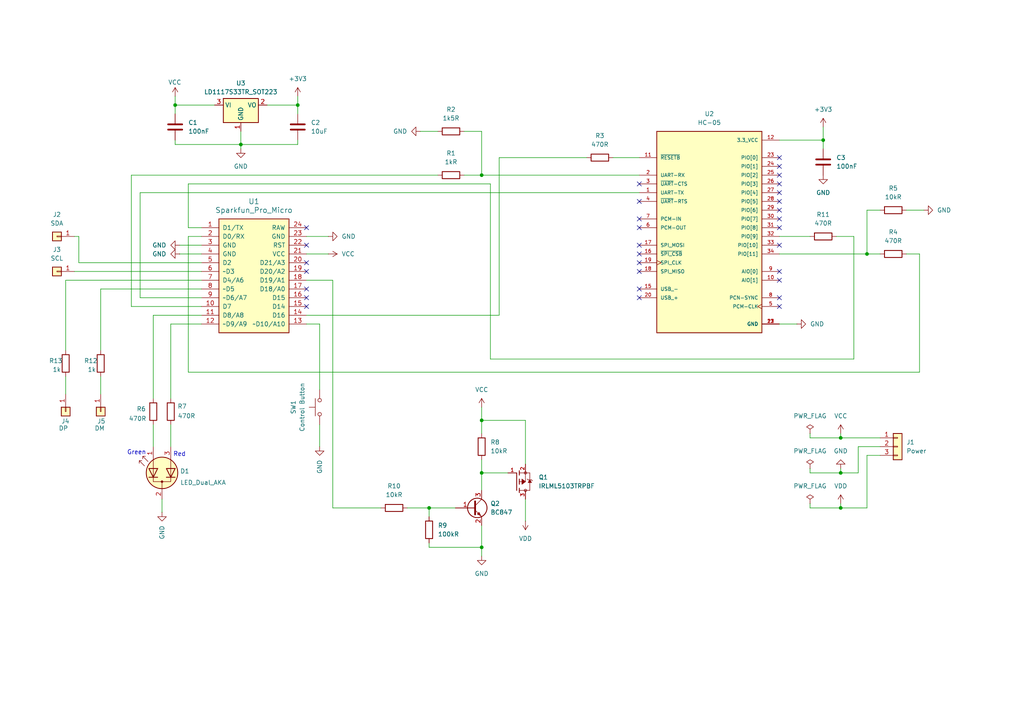
<source format=kicad_sch>
(kicad_sch (version 20250114) (generator "eeschema") (generator_version "9.0")
  (paper "A4")
  (title_block (title "Keyboard Security") (date "2025-01-12") (rev "v.1.0") (company "Aykut ÖZDEMİR"))
  (lib_symbols
    (symbol "Arduino:Sparkfun_Pro_Micro" (pin_names (offset 1.016))
      (property "Reference" "U" (at -8.89 21.59 0))
      (property "Value" "Sparkfun_Pro_Micro" (at 0 19.05 0))
      (symbol "Sparkfun_Pro_Micro_0_1"
        (rectangle (start -10.16 17.78) (end 10.16 -15.24) (stroke (width 0.254)) (fill (type background)))
      )
      (symbol "Sparkfun_Pro_Micro_1_1"
        (pin bidirectional line (at -15.24 15.24 0) (length 5.08) (name "D1/TX") (number "1"))
        (pin bidirectional line (at -15.24 12.7 0) (length 5.08) (name "D0/RX") (number "2"))
        (pin power_in line (at -15.24 10.16 0) (length 5.08) (name "GND") (number "3"))
        (pin power_in line (at -15.24 7.62 0) (length 5.08) (name "GND") (number "4"))
        (pin bidirectional line (at -15.24 5.08 0) (length 5.08) (name "D2") (number "5"))
        (pin bidirectional line (at -15.24 2.54 0) (length 5.08) (name "~D3") (number "6"))
        (pin bidirectional line (at -15.24 0 0) (length 5.08) (name "D4/A6") (number "7"))
        (pin bidirectional line (at -15.24 -2.54 0) (length 5.08) (name "~D5") (number "8"))
        (pin bidirectional line (at -15.24 -5.08 0) (length 5.08) (name "~D6/A7") (number "9"))
        (pin bidirectional line (at -15.24 -7.62 0) (length 5.08) (name "D7") (number "10"))
        (pin bidirectional line (at -15.24 -10.16 0) (length 5.08) (name "D8/A8") (number "11"))
        (pin bidirectional line (at -15.24 -12.7 0) (length 5.08) (name "~D9/A9") (number "12"))
        (pin power_in line (at 15.24 15.24 180) (length 5.08) (name "RAW") (number "24"))
        (pin power_in line (at 15.24 12.7 180) (length 5.08) (name "GND") (number "23"))
        (pin input line (at 15.24 10.16 180) (length 5.08) (name "RST") (number "22"))
        (pin power_in line (at 15.24 7.62 180) (length 5.08) (name "VCC") (number "21"))
        (pin bidirectional line (at 15.24 5.08 180) (length 5.08) (name "D21/A3") (number "20"))
        (pin bidirectional line (at 15.24 2.54 180) (length 5.08) (name "D20/A2") (number "19"))
        (pin bidirectional line (at 15.24 0 180) (length 5.08) (name "D19/A1") (number "18"))
        (pin bidirectional line (at 15.24 -2.54 180) (length 5.08) (name "D18/A0") (number "17"))
        (pin bidirectional line (at 15.24 -5.08 180) (length 5.08) (name "D15") (number "16"))
        (pin bidirectional line (at 15.24 -7.62 180) (length 5.08) (name "D14") (number "15"))
        (pin bidirectional line (at 15.24 -10.16 180) (length 5.08) (name "D16") (number "14"))
        (pin bidirectional line (at 15.24 -12.7 180) (length 5.08) (name "~D10/A10") (number "13"))
      )
    )
    (symbol "Connector_Generic:Conn_01x01" (pin_names (offset 1.016) (hide yes))
      (property "Reference" "J" (at 0 2.54 0))
      (property "Value" "Conn_01x01" (at 0 -2.54 0))
      (symbol "Conn_01x01_1_1"
        (rectangle (start -1.27 1.27) (end 1.27 -1.27) (stroke (width 0.254)) (fill (type background)))
        (rectangle (start -1.27 0.127) (end 0 -0.127) (stroke (width 0.1524)))
        (pin passive line (at -5.08 0 0) (length 3.81) (name "Pin_1") (number "1"))
      )
    )
    (symbol "Connector_Generic:Conn_01x03" (pin_names (offset 1.016) (hide yes))
      (property "Reference" "J" (at 0 5.08 0))
      (property "Value" "Conn_01x03" (at 0 -5.08 0))
      (symbol "Conn_01x03_1_1"
        (rectangle (start -1.27 3.81) (end 1.27 -3.81) (stroke (width 0.254)) (fill (type background)))
        (rectangle (start -1.27 2.667) (end 0 2.413) (stroke (width 0.1524)))
        (rectangle (start -1.27 0.127) (end 0 -0.127) (stroke (width 0.1524)))
        (rectangle (start -1.27 -2.413) (end 0 -2.667) (stroke (width 0.1524)))
        (pin passive line (at -5.08 2.54 0) (length 3.81) (name "Pin_1") (number "1"))
        (pin passive line (at -5.08 0 0) (length 3.81) (name "Pin_2") (number "2"))
        (pin passive line (at -5.08 -2.54 0) (length 3.81) (name "Pin_3") (number "3"))
      )
    )
    (symbol "Device:C" (pin_numbers (hide yes)) (pin_names (offset 0.254))
      (property "Reference" "C" (at 0.635 2.54 0))
      (property "Value" "C" (at 0.635 -2.54 0))
      (symbol "C_0_1"
        (polyline (pts (xy -2.032 0.762) (xy 2.032 0.762)) (stroke (width 0.508)))
        (polyline (pts (xy -2.032 -0.762) (xy 2.032 -0.762)) (stroke (width 0.508)))
      )
      (symbol "C_1_1"
        (pin passive line (at 0 3.81 270) (length 2.794) (name "~") (number "1"))
        (pin passive line (at 0 -3.81 90) (length 2.794) (name "~") (number "2"))
      )
    )
    (symbol "Device:LED_Dual_AKA" (pin_names (offset 0) (hide yes))
      (property "Reference" "D" (at 0 5.715 0))
      (property "Value" "LED_Dual_AKA" (at 0 -6.35 0))
      (symbol "LED_Dual_AKA_0_1"
        (polyline (pts (xy -4.572 0) (xy -2.54 0)))
        (circle (center -2.54 0) (radius 0.2794) (fill (type outline)))
        (polyline (pts (xy -1.27 1.27) (xy -1.27 3.81)) (stroke (width 0.254)))
        (polyline (pts (xy -1.27 -1.27) (xy -1.27 -3.81)) (stroke (width 0.254)))
        (circle (center 0 0) (radius 4.572) (stroke (width 0.254)) (fill (type background)))
        (polyline (pts (xy 1.27 1.27) (xy 1.27 3.81) (xy -1.27 2.54) (xy 1.27 1.27)) (stroke (width 0.254)))
        (polyline (pts (xy 1.27 -3.81) (xy 1.27 -1.27) (xy -1.27 -2.54) (xy 1.27 -3.81)) (stroke (width 0.254)))
        (polyline (pts (xy 2.032 5.08) (xy 3.556 6.604) (xy 2.794 6.604) (xy 3.556 6.604) (xy 3.556 5.842)))
        (polyline (pts (xy 2.032 2.54) (xy -2.54 2.54) (xy -2.54 -2.54) (xy 2.032 -2.54)))
        (polyline (pts (xy 3.302 4.064) (xy 4.826 5.588) (xy 4.064 5.588) (xy 4.826 5.588) (xy 4.826 4.826)))
        (polyline (pts (xy 3.81 2.54) (xy 1.905 2.54)))
        (polyline (pts (xy 3.81 -2.54) (xy 1.905 -2.54)))
      )
      (symbol "LED_Dual_AKA_1_1"
        (pin input line (at -7.62 0 0) (length 3.048) (name "K") (number "2"))
        (pin input line (at 7.62 2.54 180) (length 3.81) (name "A1") (number "1"))
        (pin input line (at 7.62 -2.54 180) (length 3.81) (name "A2") (number "3"))
      )
    )
    (symbol "Device:R" (pin_numbers (hide yes)) (pin_names (offset 0))
      (property "Reference" "R" (at 2.032 0 90))
      (property "Value" "R" (at 0 0 90))
      (symbol "R_0_1"
        (rectangle (start -1.016 -2.54) (end 1.016 2.54) (stroke (width 0.254)))
      )
      (symbol "R_1_1"
        (pin passive line (at 0 3.81 270) (length 1.27) (name "~") (number "1"))
        (pin passive line (at 0 -3.81 90) (length 1.27) (name "~") (number "2"))
      )
    )
    (symbol "HC-05:HC-05" (pin_names (offset 1.016))
      (property "Reference" "U" (at -15.24 31.115 0))
      (property "Value" "HC-05" (at -15.24 -30.48 0))
      (symbol "HC-05_0_0"
        (rectangle (start -15.24 -27.94) (end 15.24 30.48) (stroke (width 0.254)) (fill (type background)))
        (pin input line (at -20.32 22.86 0) (length 5.08) (name "~{RESETB}") (number "11"))
        (pin input line (at -20.32 17.78 0) (length 5.08) (name "UART-RX") (number "2"))
        (pin input line (at -20.32 15.24 0) (length 5.08) (name "~{UART}-CTS") (number "3"))
        (pin output line (at -20.32 12.7 0) (length 5.08) (name "UART-TX") (number "1"))
        (pin output line (at -20.32 10.16 0) (length 5.08) (name "~{UART}-RTS") (number "4"))
        (pin input line (at -20.32 5.08 0) (length 5.08) (name "PCM-IN") (number "7"))
        (pin output line (at -20.32 2.54 0) (length 5.08) (name "PCM-OUT") (number "6"))
        (pin input line (at -20.32 -2.54 0) (length 5.08) (name "SPI_MOSI") (number "17"))
        (pin input line (at -20.32 -5.08 0) (length 5.08) (name "~{SPI_CSB}") (number "16"))
        (pin input clock (at -20.32 -7.62 0) (length 5.08) (name "SPI_CLK") (number "19"))
        (pin output line (at -20.32 -10.16 0) (length 5.08) (name "SPI_MISO") (number "18"))
        (pin bidirectional line (at -20.32 -15.24 0) (length 5.08) (name "USB_-") (number "15"))
        (pin bidirectional line (at -20.32 -17.78 0) (length 5.08) (name "USB_+") (number "20"))
        (pin power_in line (at 20.32 27.94 180) (length 5.08) (name "3.3_VCC") (number "12"))
        (pin bidirectional line (at 20.32 22.86 180) (length 5.08) (name "PIO[0]") (number "23"))
        (pin bidirectional line (at 20.32 20.32 180) (length 5.08) (name "PIO[1]") (number "24"))
        (pin bidirectional line (at 20.32 17.78 180) (length 5.08) (name "PIO[2]") (number "25"))
        (pin bidirectional line (at 20.32 15.24 180) (length 5.08) (name "PIO[3]") (number "26"))
        (pin bidirectional line (at 20.32 12.7 180) (length 5.08) (name "PIO[4]") (number "27"))
        (pin bidirectional line (at 20.32 10.16 180) (length 5.08) (name "PIO[5]") (number "28"))
        (pin bidirectional line (at 20.32 7.62 180) (length 5.08) (name "PIO[6]") (number "29"))
        (pin bidirectional line (at 20.32 5.08 180) (length 5.08) (name "PIO[7]") (number "30"))
        (pin bidirectional line (at 20.32 2.54 180) (length 5.08) (name "PIO[8]") (number "31"))
        (pin bidirectional line (at 20.32 0 180) (length 5.08) (name "PIO[9]") (number "32"))
        (pin bidirectional line (at 20.32 -2.54 180) (length 5.08) (name "PIO[10]") (number "33"))
        (pin bidirectional line (at 20.32 -5.08 180) (length 5.08) (name "PIO[11]") (number "34"))
        (pin bidirectional line (at 20.32 -10.16 180) (length 5.08) (name "AIO[0]") (number "9"))
        (pin bidirectional line (at 20.32 -12.7 180) (length 5.08) (name "AIO[1]") (number "10"))
        (pin bidirectional line (at 20.32 -17.78 180) (length 5.08) (name "PCN-SYNC") (number "8"))
        (pin bidirectional clock (at 20.32 -20.32 180) (length 5.08) (name "PCM-CLK") (number "5"))
        (pin power_in line (at 20.32 -25.4 180) (length 5.08) (name "GND") (number "13"))
        (pin power_in line (at 20.32 -25.4 180) (length 5.08) (name "GND") (number "21"))
        (pin power_in line (at 20.32 -25.4 180) (length 5.08) (name "GND") (number "22"))
      )
    )
    (symbol "IRLML5103TRPBF:IRLML5103TRPBF" (pin_names (offset 1.016))
      (property "Reference" "Q" (at -8.89 3.81 0))
      (property "Value" "IRLML5103TRPBF" (at -8.89 -6.35 0))
      (symbol "IRLML5103TRPBF_0_0"
        (polyline (pts (xy 0 -2.54) (xy 0 2.54)) (stroke (width 0.254)))
        (polyline (pts (xy 0.762 2.54) (xy 0.762 3.175)) (stroke (width 0.254)))
        (polyline (pts (xy 0.762 1.905) (xy 0.762 2.54)) (stroke (width 0.254)))
        (polyline (pts (xy 0.762 0) (xy 0.762 0.762)) (stroke (width 0.254)))
        (polyline (pts (xy 0.762 0) (xy 2.54 0)) (stroke (width 0.1524)))
        (polyline (pts (xy 0.762 -0.762) (xy 0.762 0)) (stroke (width 0.254)))
        (polyline (pts (xy 0.762 -2.54) (xy 0.762 -1.905)) (stroke (width 0.254)))
        (polyline (pts (xy 0.762 -2.54) (xy 3.81 -2.54)) (stroke (width 0.1524)))
        (polyline (pts (xy 0.762 -3.175) (xy 0.762 -2.54)) (stroke (width 0.254)))
        (polyline (pts (xy 2.54 2.54) (xy 0.762 2.54)) (stroke (width 0.1524)))
        (polyline (pts (xy 2.54 2.54) (xy 3.81 2.54)) (stroke (width 0.1524)))
        (circle (center 2.54 2.54) (radius 0.3592))
        (polyline (pts (xy 2.54 0) (xy 2.54 2.54)) (stroke (width 0.1524)))
        (polyline (pts (xy 2.54 0) (xy 1.524 0.762) (xy 1.524 -0.762) (xy 2.54 0)) (stroke (width 0.1524)) (fill (type outline)))
        (circle (center 2.54 -2.54) (radius 0.3592))
        (polyline (pts (xy 3.048 0.762) (xy 3.302 0.508)) (stroke (width 0.1524)))
        (polyline (pts (xy 3.302 0.508) (xy 3.81 0.508)) (stroke (width 0.1524)))
        (polyline (pts (xy 3.81 0.508) (xy 3.81 2.54)) (stroke (width 0.1524)))
        (polyline (pts (xy 3.81 0.508) (xy 4.318 0.508)) (stroke (width 0.1524)))
        (polyline (pts (xy 3.81 0.508) (xy 4.318 -0.254) (xy 3.302 -0.254) (xy 3.81 0.508)) (stroke (width 0.1524)) (fill (type outline)))
        (polyline (pts (xy 3.81 -2.54) (xy 3.81 0.508)) (stroke (width 0.1524)))
        (polyline (pts (xy 4.318 0.508) (xy 4.572 0.254)) (stroke (width 0.1524)))
        (pin passive line (at -2.54 2.54 0) (length 2.54) (name "~") (number "1"))
        (pin passive line (at 2.54 5.08 270) (length 2.54) (name "~") (number "2"))
        (pin passive line (at 2.54 -5.08 90) (length 2.54) (name "~") (number "3"))
      )
    )
    (symbol "Regulator_Linear:LD1117S33TR_SOT223"
      (property "Reference" "U" (at -3.81 3.175 0))
      (property "Value" "LD1117S33TR_SOT223" (at 0 3.175 0))
      (symbol "LD1117S33TR_SOT223_0_1"
        (rectangle (start -5.08 -5.08) (end 5.08 1.905) (stroke (width 0.254)) (fill (type background)))
      )
      (symbol "LD1117S33TR_SOT223_1_1"
        (pin power_in line (at -7.62 0 0) (length 2.54) (name "VI") (number "3"))
        (pin power_in line (at 0 -7.62 90) (length 2.54) (name "GND") (number "1"))
        (pin power_out line (at 7.62 0 180) (length 2.54) (name "VO") (number "2"))
      )
    )
    (symbol "Switch:SW_Push" (pin_numbers (hide yes)) (pin_names (offset 1.016) (hide yes))
      (property "Reference" "SW" (at 1.27 2.54 0))
      (property "Value" "SW_Push" (at 0 -1.524 0))
      (symbol "SW_Push_0_1"
        (circle (center -2.032 0) (radius 0.508))
        (polyline (pts (xy 0 1.27) (xy 0 3.048)))
        (circle (center 2.032 0) (radius 0.508))
        (polyline (pts (xy 2.54 1.27) (xy -2.54 1.27)))
        (pin passive line (at -5.08 0 0) (length 2.54) (name "1") (number "1"))
        (pin passive line (at 5.08 0 180) (length 2.54) (name "2") (number "2"))
      )
    )
    (symbol "Transistor_BJT:BC847" (pin_names (offset 0) (hide yes))
      (property "Reference" "Q" (at 5.08 1.905 0))
      (property "Value" "BC847" (at 5.08 0 0))
      (symbol "BC847_0_1"
        (polyline (pts (xy 0.635 1.905) (xy 0.635 -1.905) (xy 0.635 -1.905)) (stroke (width 0.508)))
        (polyline (pts (xy 0.635 0.635) (xy 2.54 2.54)))
        (polyline (pts (xy 0.635 -0.635) (xy 2.54 -2.54) (xy 2.54 -2.54)))
        (circle (center 1.27 0) (radius 2.8194) (stroke (width 0.254)))
        (polyline (pts (xy 1.27 -1.778) (xy 1.778 -1.27) (xy 2.286 -2.286) (xy 1.27 -1.778) (xy 1.27 -1.778)) (fill (type outline)))
      )
      (symbol "BC847_1_1"
        (pin input line (at -5.08 0 0) (length 5.715) (name "B") (number "1"))
        (pin passive line (at 2.54 5.08 270) (length 2.54) (name "C") (number "3"))
        (pin passive line (at 2.54 -5.08 90) (length 2.54) (name "E") (number "2"))
      )
    )
    (symbol "power:+3V3" (power) (pin_numbers (hide yes)) (pin_names (offset 0) (hide yes))
      (property "Value" "+3V3" (at 0 3.556 0))
      (symbol "+3V3_0_1"
        (polyline (pts (xy -0.762 1.27) (xy 0 2.54)))
        (polyline (pts (xy 0 2.54) (xy 0.762 1.27)))
        (polyline (pts (xy 0 0) (xy 0 2.54)))
      )
      (symbol "+3V3_1_1"
        (pin power_in line (at 0 0 90) (length 0) (name "~") (number "1"))
      )
    )
    (symbol "power:GND" (power) (pin_numbers (hide yes)) (pin_names (offset 0) (hide yes))
      (property "Value" "GND" (at 0 -3.81 0))
      (symbol "GND_0_1"
        (polyline (pts (xy 0 0) (xy 0 -1.27) (xy 1.27 -1.27) (xy 0 -2.54) (xy -1.27 -1.27) (xy 0 -1.27)))
      )
      (symbol "GND_1_1"
        (pin power_in line (at 0 0 270) (length 0) (name "~") (number "1"))
      )
    )
    (symbol "power:PWR_FLAG" (power) (pin_numbers (hide yes)) (pin_names (offset 0) (hide yes))
      (property "Value" "PWR_FLAG" (at 0 3.81 0))
      (symbol "PWR_FLAG_0_0"
        (pin power_out line (at 0 0 90) (length 0) (name "~") (number "1"))
      )
      (symbol "PWR_FLAG_0_1"
        (polyline (pts (xy 0 0) (xy 0 1.27) (xy -1.016 1.905) (xy 0 2.54) (xy 1.016 1.905) (xy 0 1.27)))
      )
    )
    (symbol "power:VCC" (power) (pin_numbers (hide yes)) (pin_names (offset 0) (hide yes))
      (property "Value" "VCC" (at 0 3.556 0))
      (symbol "VCC_0_1"
        (polyline (pts (xy -0.762 1.27) (xy 0 2.54)))
        (polyline (pts (xy 0 2.54) (xy 0.762 1.27)))
        (polyline (pts (xy 0 0) (xy 0 2.54)))
      )
      (symbol "VCC_1_1"
        (pin power_in line (at 0 0 90) (length 0) (name "~") (number "1"))
      )
    )
    (symbol "power:VDD" (power) (pin_numbers (hide yes)) (pin_names (offset 0) (hide yes))
      (property "Value" "VDD" (at 0 3.556 0))
      (symbol "VDD_0_1"
        (polyline (pts (xy -0.762 1.27) (xy 0 2.54)))
        (polyline (pts (xy 0 2.54) (xy 0.762 1.27)))
        (polyline (pts (xy 0 0) (xy 0 2.54)))
      )
      (symbol "VDD_1_1"
        (pin power_in line (at 0 0 90) (length 0) (name "~") (number "1"))
      )
    )
  )
  (text "Red" (at 52.07 131.826 0) (effects (font (size 1.27 1.27))))
  (text "Green" (at 39.624 131.318 0) (effects (font (size 1.27 1.27))))
  (junction (at 243.84 147.32))
  (junction (at 139.7 50.8))
  (junction (at 50.8 30.48))
  (junction (at 139.7 137.16))
  (junction (at 124.46 147.32))
  (junction (at 86.36 30.48))
  (junction (at 243.84 137.16))
  (junction (at 243.84 127))
  (junction (at 139.7 158.75))
  (junction (at 69.85 41.91))
  (junction (at 139.7 121.92))
  (junction (at 238.76 40.64))
  (junction (at 251.46 73.66))
  (no_connect (at 226.06 78.74))
  (no_connect (at 185.42 83.82))
  (no_connect (at 185.42 53.34))
  (no_connect (at 226.06 81.28))
  (no_connect (at 226.06 86.36))
  (no_connect (at 226.06 60.96))
  (no_connect (at 88.9 71.12))
  (no_connect (at 226.06 53.34))
  (no_connect (at 88.9 66.04))
  (no_connect (at 226.06 66.04))
  (no_connect (at 88.9 88.9))
  (no_connect (at 226.06 63.5))
  (no_connect (at 88.9 76.2))
  (no_connect (at 185.42 66.04))
  (no_connect (at 226.06 45.72))
  (no_connect (at 185.42 63.5))
  (no_connect (at 226.06 48.26))
  (no_connect (at 226.06 55.88))
  (no_connect (at 88.9 78.74))
  (no_connect (at 185.42 86.36))
  (no_connect (at 185.42 76.2))
  (no_connect (at 226.06 50.8))
  (no_connect (at 185.42 71.12))
  (no_connect (at 88.9 86.36))
  (no_connect (at 185.42 78.74))
  (no_connect (at 88.9 83.82))
  (no_connect (at 226.06 58.42))
  (no_connect (at 226.06 71.12))
  (no_connect (at 185.42 58.42))
  (no_connect (at 185.42 73.66))
  (no_connect (at 226.06 88.9))
  (wire (pts (xy 139.7 38.1) (xy 134.62 38.1)))
  (wire (pts (xy 243.84 137.16) (xy 248.92 137.16)))
  (wire (pts (xy 69.85 41.91) (xy 86.36 41.91)))
  (wire (pts (xy 251.46 60.96) (xy 251.46 73.66)))
  (wire (pts (xy 49.53 93.98) (xy 49.53 115.57)))
  (wire (pts (xy 54.61 68.58) (xy 54.61 107.95)))
  (wire (pts (xy 110.49 147.32) (xy 96.52 147.32)))
  (wire (pts (xy 22.86 76.2) (xy 58.42 76.2)))
  (wire (pts (xy 54.61 66.04) (xy 58.42 66.04)))
  (wire (pts (xy 58.42 91.44) (xy 44.45 91.44)))
  (wire (pts (xy 152.4 121.92) (xy 152.4 134.62)))
  (wire (pts (xy 58.42 81.28) (xy 19.05 81.28)))
  (wire (pts (xy 251.46 132.08) (xy 251.46 147.32)))
  (wire (pts (xy 243.84 135.89) (xy 243.84 137.16)))
  (wire (pts (xy 50.8 30.48) (xy 62.23 30.48)))
  (wire (pts (xy 88.9 68.58) (xy 95.25 68.58)))
  (wire (pts (xy 139.7 137.16) (xy 147.32 137.16)))
  (wire (pts (xy 44.45 123.19) (xy 44.45 129.54)))
  (wire (pts (xy 121.92 38.1) (xy 127 38.1)))
  (wire (pts (xy 44.45 91.44) (xy 44.45 115.57)))
  (wire (pts (xy 58.42 93.98) (xy 49.53 93.98)))
  (wire (pts (xy 234.95 137.16) (xy 243.84 137.16)))
  (wire (pts (xy 40.64 55.88) (xy 40.64 86.36)))
  (wire (pts (xy 29.21 109.22) (xy 29.21 114.3)))
  (wire (pts (xy 139.7 133.35) (xy 139.7 137.16)))
  (wire (pts (xy 58.42 83.82) (xy 29.21 83.82)))
  (wire (pts (xy 54.61 53.34) (xy 54.61 66.04)))
  (wire (pts (xy 247.65 104.14) (xy 142.24 104.14)))
  (wire (pts (xy 86.36 40.64) (xy 86.36 41.91)))
  (wire (pts (xy 226.06 68.58) (xy 234.95 68.58)))
  (wire (pts (xy 251.46 132.08) (xy 255.27 132.08)))
  (wire (pts (xy 238.76 40.64) (xy 226.06 40.64)))
  (wire (pts (xy 234.95 135.89) (xy 234.95 137.16)))
  (wire (pts (xy 69.85 41.91) (xy 69.85 43.18)))
  (wire (pts (xy 255.27 60.96) (xy 251.46 60.96)))
  (wire (pts (xy 266.7 107.95) (xy 54.61 107.95)))
  (wire (pts (xy 139.7 152.4) (xy 139.7 158.75)))
  (wire (pts (xy 251.46 73.66) (xy 255.27 73.66)))
  (wire (pts (xy 86.36 30.48) (xy 86.36 33.02)))
  (wire (pts (xy 52.07 71.12) (xy 58.42 71.12)))
  (wire (pts (xy 170.18 45.72) (xy 144.78 45.72)))
  (wire (pts (xy 124.46 147.32) (xy 124.46 149.86)))
  (wire (pts (xy 40.64 86.36) (xy 58.42 86.36)))
  (wire (pts (xy 96.52 147.32) (xy 96.52 81.28)))
  (wire (pts (xy 242.57 68.58) (xy 247.65 68.58)))
  (wire (pts (xy 139.7 121.92) (xy 139.7 125.73)))
  (wire (pts (xy 124.46 147.32) (xy 132.08 147.32)))
  (wire (pts (xy 243.84 127) (xy 255.27 127)))
  (wire (pts (xy 248.92 129.54) (xy 255.27 129.54)))
  (wire (pts (xy 38.1 50.8) (xy 38.1 88.9)))
  (wire (pts (xy 139.7 118.11) (xy 139.7 121.92)))
  (wire (pts (xy 19.05 81.28) (xy 19.05 101.6)))
  (wire (pts (xy 22.86 68.58) (xy 22.86 76.2)))
  (wire (pts (xy 139.7 137.16) (xy 139.7 142.24)))
  (wire (pts (xy 238.76 36.83) (xy 238.76 40.64)))
  (wire (pts (xy 139.7 121.92) (xy 152.4 121.92)))
  (wire (pts (xy 50.8 27.94) (xy 50.8 30.48)))
  (wire (pts (xy 139.7 158.75) (xy 124.46 158.75)))
  (wire (pts (xy 124.46 158.75) (xy 124.46 157.48)))
  (wire (pts (xy 38.1 88.9) (xy 58.42 88.9)))
  (wire (pts (xy 262.89 73.66) (xy 266.7 73.66)))
  (wire (pts (xy 226.06 73.66) (xy 251.46 73.66)))
  (wire (pts (xy 58.42 68.58) (xy 54.61 68.58)))
  (wire (pts (xy 134.62 50.8) (xy 139.7 50.8)))
  (wire (pts (xy 50.8 33.02) (xy 50.8 30.48)))
  (wire (pts (xy 92.71 93.98) (xy 92.71 113.03)))
  (wire (pts (xy 21.59 68.58) (xy 22.86 68.58)))
  (wire (pts (xy 262.89 60.96) (xy 267.97 60.96)))
  (wire (pts (xy 234.95 147.32) (xy 234.95 146.05)))
  (wire (pts (xy 88.9 93.98) (xy 92.71 93.98)))
  (wire (pts (xy 139.7 161.29) (xy 139.7 158.75)))
  (wire (pts (xy 266.7 73.66) (xy 266.7 107.95)))
  (wire (pts (xy 234.95 127) (xy 234.95 125.73)))
  (wire (pts (xy 248.92 129.54) (xy 248.92 137.16)))
  (wire (pts (xy 88.9 73.66) (xy 95.25 73.66)))
  (wire (pts (xy 152.4 144.78) (xy 152.4 151.13)))
  (wire (pts (xy 243.84 125.73) (xy 243.84 127)))
  (wire (pts (xy 29.21 83.82) (xy 29.21 101.6)))
  (wire (pts (xy 226.06 93.98) (xy 231.14 93.98)))
  (wire (pts (xy 177.8 45.72) (xy 185.42 45.72)))
  (wire (pts (xy 40.64 55.88) (xy 185.42 55.88)))
  (wire (pts (xy 50.8 41.91) (xy 69.85 41.91)))
  (wire (pts (xy 243.84 147.32) (xy 251.46 147.32)))
  (wire (pts (xy 139.7 50.8) (xy 139.7 38.1)))
  (wire (pts (xy 243.84 127) (xy 234.95 127)))
  (wire (pts (xy 92.71 129.54) (xy 92.71 123.19)))
  (wire (pts (xy 247.65 68.58) (xy 247.65 104.14)))
  (wire (pts (xy 88.9 81.28) (xy 96.52 81.28)))
  (wire (pts (xy 50.8 40.64) (xy 50.8 41.91)))
  (wire (pts (xy 118.11 147.32) (xy 124.46 147.32)))
  (wire (pts (xy 144.78 91.44) (xy 88.9 91.44)))
  (wire (pts (xy 46.99 148.59) (xy 46.99 144.78)))
  (wire (pts (xy 19.05 109.22) (xy 19.05 114.3)))
  (wire (pts (xy 144.78 45.72) (xy 144.78 91.44)))
  (wire (pts (xy 142.24 53.34) (xy 142.24 104.14)))
  (wire (pts (xy 52.07 73.66) (xy 58.42 73.66)))
  (wire (pts (xy 139.7 50.8) (xy 185.42 50.8)))
  (wire (pts (xy 38.1 50.8) (xy 127 50.8)))
  (wire (pts (xy 21.59 78.74) (xy 58.42 78.74)))
  (wire (pts (xy 238.76 40.64) (xy 238.76 43.18)))
  (wire (pts (xy 86.36 27.94) (xy 86.36 30.48)))
  (wire (pts (xy 243.84 147.32) (xy 243.84 146.05)))
  (wire (pts (xy 243.84 147.32) (xy 234.95 147.32)))
  (wire (pts (xy 77.47 30.48) (xy 86.36 30.48)))
  (wire (pts (xy 54.61 53.34) (xy 142.24 53.34)))
  (wire (pts (xy 69.85 38.1) (xy 69.85 41.91)))
  (wire (pts (xy 49.53 123.19) (xy 49.53 129.54)))
  (symbol (lib_id "Connector_Generic:Conn_01x03") (at 260.35 129.54 0) (unit 1)
    (property "Reference" "J1" (at 262.89 128.2699 0) (effects (justify left)))
    (property "Value" "Power" (at 262.89 130.8099 0) (effects (justify left)))
    (property "Footprint" "Connector_PinHeader_2.54mm:PinHeader_1x03_P2.54mm_Vertical" (effects (hide yes)))
    (property "Description" "Generic connector, single row, 01x03, script generated (kicad-library-utils/schlib/autogen/connector/)" (effects (hide yes)))
  )
  (symbol (lib_id "Connector_Generic:Conn_01x01") (at 29.21 119.38 270) (unit 1)
    (property "Reference" "J5" (at 28.194 122.174 90) (effects (justify left)))
    (property "Value" "DM" (at 27.432 124.206 90) (effects (justify left)))
    (property "Footprint" "Connector_PinHeader_2.54mm:PinHeader_1x01_P2.54mm_Vertical" (effects (hide yes)))
    (property "Description" "Generic connector, single row, 01x01, script generated (kicad-library-utils/schlib/autogen/connector/)" (effects (hide yes)))
  )
  (symbol (lib_id "Device:LED_Dual_AKA") (at 46.99 137.16 90) (unit 1)
    (property "Reference" "D1" (at 53.594 136.652 90))
    (property "Value" "LED_Dual_AKA" (at 58.928 139.954 90))
    (property "Footprint" "Connector_PinHeader_2.54mm:PinHeader_1x03_P2.54mm_Vertical" (effects (hide yes)))
    (property "Description" "Dual LED, common cathode on pin 2" (effects (hide yes)))
  )
  (symbol (lib_id "Device:R") (at 44.45 119.38 180) (unit 1)
    (property "Reference" "R6" (at 39.624 118.618 0) (effects (justify right)))
    (property "Value" "470R" (at 37.338 121.412 0) (effects (justify right)))
    (property "Footprint" "Resistor_SMD:R_0805_2012Metric" (effects (hide yes)))
    (property "Description" "Resistor" (effects (hide yes)))
  )
  (symbol (lib_id "power:GND") (at 267.97 60.96 90) (unit 1)
    (property "Reference" "#PWR013" (effects (hide yes)))
    (property "Value" "GND" (at 271.78 60.9599 90) (effects (justify right)))
    (property "Description" "Power symbol creates a global label with name \"GND\" , ground" (effects (hide yes)))
  )
  (symbol (lib_id "power:+3V3") (at 86.36 27.94 0) (unit 1)
    (property "Reference" "#PWR09" (effects (hide yes)))
    (property "Value" "+3V3" (at 86.36 22.86 0))
    (property "Description" "Power symbol creates a global label with name \"+3V3\"" (effects (hide yes)))
  )
  (symbol (lib_id "IRLML5103TRPBF:IRLML5103TRPBF") (at 149.86 139.7 0) (unit 1)
    (property "Reference" "Q1" (at 156.21 138.4299 0) (effects (justify left)))
    (property "Value" "IRLML5103TRPBF" (at 156.21 140.9699 0) (effects (justify left)))
    (property "Footprint" "irlml5103:SOT95P237X112-3N" (effects (hide yes)))
    (property "MF" "Infineon" (effects (hide yes)))
    (property "MAXIMUM_PACKAGE_HEIGHT" "1.12 mm" (effects (hide yes)))
    (property "Package" "SOT-23-3 ON Semiconductor" (effects (hide yes)))
    (property "Price" "None" (effects (hide yes)))
    (property "Check_prices" "https://www.snapeda.com/parts/IRLML5103TRPBF/Infineon/view-part/?ref=eda" (effects (hide yes)))
    (property "STANDARD" "IPC 7351B" (effects (hide yes)))
    (property "PARTREV" "4/24/2014" (effects (hide yes)))
    (property "SnapEDA_Link" "https://www.snapeda.com/parts/IRLML5103TRPBF/Infineon/view-part/?ref=snap" (effects (hide yes)))
    (property "MP" "IRLML5103TRPBF" (effects (hide yes)))
    (property "Description_1" "\n                        \n                            MOSFET, Power,P-Ch,VDSS -30V,RDS(ON) 0.6Ohm,ID -0.76A,Micro3,PD 540mW,VGS +/-20V | Infineon IRLML5103TRPBF\n                        \n" (effects (hide yes)))
    (property "Availability" "In Stock" (effects (hide yes)))
    (property "MANUFACTURER" "Infineon Technologies" (effects (hide yes)))
  )
  (symbol (lib_id "Device:R") (at 130.81 50.8 90) (unit 1)
    (property "Reference" "R1" (at 130.81 44.45 90))
    (property "Value" "1kR" (at 130.81 46.99 90))
    (property "Footprint" "Resistor_SMD:R_0805_2012Metric" (effects (hide yes)))
    (property "Description" "Resistor" (effects (hide yes)))
  )
  (symbol (lib_id "Device:R") (at 49.53 119.38 180) (unit 1)
    (property "Reference" "R7" (at 52.832 117.856 0))
    (property "Value" "470R" (at 54.102 120.65 0))
    (property "Footprint" "Resistor_SMD:R_0805_2012Metric" (effects (hide yes)))
    (property "Description" "Resistor" (effects (hide yes)))
  )
  (symbol (lib_id "power:+3V3") (at 238.76 36.83 0) (unit 1)
    (property "Reference" "#PWR012" (effects (hide yes)))
    (property "Value" "+3V3" (at 238.76 31.75 0))
    (property "Description" "Power symbol creates a global label with name \"+3V3\"" (effects (hide yes)))
  )
  (symbol (lib_id "Connector_Generic:Conn_01x01") (at 16.51 68.58 180) (unit 1)
    (property "Reference" "J2" (at 16.51 62.23 0))
    (property "Value" "SDA" (at 16.51 64.77 0))
    (property "Footprint" "Connector_PinHeader_2.54mm:PinHeader_1x01_P2.54mm_Vertical" (effects (hide yes)))
    (property "Description" "Generic connector, single row, 01x01, script generated (kicad-library-utils/schlib/autogen/connector/)" (effects (hide yes)))
  )
  (symbol (lib_id "power:GND") (at 243.84 135.89 180) (unit 1)
    (property "Reference" "#PWR018" (effects (hide yes)))
    (property "Value" "GND" (at 243.84 130.81 0))
    (property "Description" "Power symbol creates a global label with name \"GND\" , ground" (effects (hide yes)))
  )
  (symbol (lib_id "power:VDD") (at 152.4 151.13 180) (unit 1)
    (property "Reference" "#PWR017" (effects (hide yes)))
    (property "Value" "VDD" (at 152.4 156.21 0))
    (property "Description" "Power symbol creates a global label with name \"VDD\"" (effects (hide yes)))
  )
  (symbol (lib_id "power:PWR_FLAG") (at 234.95 146.05 0) (unit 1)
    (property "Reference" "#FLG03" (effects (hide yes)))
    (property "Value" "PWR_FLAG" (at 234.95 140.97 0))
    (property "Description" "Special symbol for telling ERC where power comes from" (effects (hide yes)))
  )
  (symbol (lib_id "power:GND") (at 92.71 129.54 0) (unit 1)
    (property "Reference" "#PWR05" (effects (hide yes)))
    (property "Value" "GND" (at 92.7099 133.35 90) (effects (justify right)))
    (property "Description" "Power symbol creates a global label with name \"GND\" , ground" (effects (hide yes)))
  )
  (symbol (lib_id "Transistor_BJT:BC847") (at 137.16 147.32 0) (unit 1)
    (property "Reference" "Q2" (at 142.24 146.0499 0) (effects (justify left)))
    (property "Value" "BC847" (at 142.24 148.5899 0) (effects (justify left)))
    (property "Footprint" "Package_TO_SOT_SMD:SOT-23" (effects (hide yes)))
    (property "Datasheet" "http://www.infineon.com/dgdl/Infineon-BC847SERIES_BC848SERIES_BC849SERIES_BC850SERIES-DS-v01_01-en.pdf?fileId=db3a304314dca389011541d4630a1657" (effects (hide yes)))
    (property "Description" "0.1A Ic, 45V Vce, NPN Transistor, SOT-23" (effects (hide yes)))
  )
  (symbol (lib_id "Device:R") (at 259.08 73.66 90) (unit 1)
    (property "Reference" "R4" (at 259.08 67.31 90))
    (property "Value" "470R" (at 259.08 69.85 90))
    (property "Footprint" "Resistor_SMD:R_0805_2012Metric" (effects (hide yes)))
    (property "Description" "Resistor" (effects (hide yes)))
  )
  (symbol (lib_id "power:GND") (at 231.14 93.98 90) (unit 1)
    (property "Reference" "#PWR06" (effects (hide yes)))
    (property "Value" "GND" (at 234.95 93.9799 90) (effects (justify right)))
    (property "Description" "Power symbol creates a global label with name \"GND\" , ground" (effects (hide yes)))
  )
  (symbol (lib_id "Device:C") (at 238.76 46.99 0) (unit 1)
    (property "Reference" "C3" (at 242.57 45.7199 0) (effects (justify left)))
    (property "Value" "100nF" (at 242.57 48.2599 0) (effects (justify left)))
    (property "Footprint" "Capacitor_SMD:C_0805_2012Metric" (effects (hide yes)))
    (property "Description" "Unpolarized capacitor" (effects (hide yes)))
  )
  (symbol (lib_id "Connector_Generic:Conn_01x01") (at 19.05 119.38 270) (unit 1)
    (property "Reference" "J4" (at 17.78 122.174 90) (effects (justify left)))
    (property "Value" "DP" (at 17.018 124.206 90) (effects (justify left)))
    (property "Footprint" "Connector_PinHeader_2.54mm:PinHeader_1x01_P2.54mm_Vertical" (effects (hide yes)))
    (property "Description" "Generic connector, single row, 01x01, script generated (kicad-library-utils/schlib/autogen/connector/)" (effects (hide yes)))
  )
  (symbol (lib_id "power:GND") (at 121.92 38.1 270) (unit 1)
    (property "Reference" "#PWR010" (effects (hide yes)))
    (property "Value" "GND" (at 118.11 38.0999 90) (effects (justify right)))
    (property "Description" "Power symbol creates a global label with name \"GND\" , ground" (effects (hide yes)))
  )
  (symbol (lib_id "Device:R") (at 29.21 105.41 180) (unit 1)
    (property "Reference" "R12" (at 24.384 104.648 0) (effects (justify right)))
    (property "Value" "1k" (at 25.4 107.188 0) (effects (justify right)))
    (property "Footprint" "Resistor_SMD:R_0805_2012Metric" (effects (hide yes)))
    (property "Description" "Resistor" (effects (hide yes)))
  )
  (symbol (lib_id "HC-05:HC-05") (at 205.74 68.58 0) (unit 1)
    (property "Reference" "U2" (at 205.74 33.02 0))
    (property "Value" "HC-05" (at 205.74 35.56 0))
    (property "Footprint" "hc-05:XCVR_HC-05" (effects (hide yes)))
    (property "MF" "ITead Studio" (effects (hide yes)))
    (property "Description_1" "\n                        \n                            Bluetooth to Serial Port Module\n                        \n" (effects (hide yes)))
    (property "Package" "Module ITead Studio" (effects (hide yes)))
    (property "Price" "None" (effects (hide yes)))
    (property "STANDARD" "Manufacturer Recommendations" (effects (hide yes)))
    (property "PARTREV" "v1.0" (effects (hide yes)))
    (property "SnapEDA_Link" "https://www.snapeda.com/parts/HC-05/ITEAD/view-part/?ref=snap" (effects (hide yes)))
    (property "MP" "HC-05" (effects (hide yes)))
    (property "Availability" "Not in stock" (effects (hide yes)))
    (property "Check_prices" "https://www.snapeda.com/parts/HC-05/ITEAD/view-part/?ref=eda" (effects (hide yes)))
  )
  (symbol (lib_id "power:VCC") (at 243.84 125.73 0) (unit 1)
    (property "Reference" "#PWR019" (effects (hide yes)))
    (property "Value" "VCC" (at 243.84 120.65 0))
    (property "Description" "Power symbol creates a global label with name \"VCC\"" (effects (hide yes)))
  )
  (symbol (lib_id "Device:R") (at 114.3 147.32 90) (unit 1)
    (property "Reference" "R10" (at 114.3 140.97 90))
    (property "Value" "10kR" (at 114.3 143.51 90))
    (property "Footprint" "Resistor_SMD:R_0805_2012Metric" (effects (hide yes)))
    (property "Description" "Resistor" (effects (hide yes)))
  )
  (symbol (lib_id "power:PWR_FLAG") (at 234.95 125.73 0) (unit 1)
    (property "Reference" "#FLG01" (effects (hide yes)))
    (property "Value" "PWR_FLAG" (at 234.95 120.65 0))
    (property "Description" "Special symbol for telling ERC where power comes from" (effects (hide yes)))
  )
  (symbol (lib_id "power:GND") (at 52.07 71.12 270) (unit 1)
    (property "Reference" "#PWR03" (effects (hide yes)))
    (property "Value" "GND" (at 48.26 71.1199 90) (effects (justify right)))
    (property "Description" "Power symbol creates a global label with name \"GND\" , ground" (effects (hide yes)))
  )
  (symbol (lib_id "Connector_Generic:Conn_01x01") (at 16.51 78.74 180) (unit 1)
    (property "Reference" "J3" (at 16.51 72.39 0))
    (property "Value" "SCL" (at 16.51 74.93 0))
    (property "Footprint" "Connector_PinHeader_2.54mm:PinHeader_1x01_P2.54mm_Vertical" (effects (hide yes)))
    (property "Description" "Generic connector, single row, 01x01, script generated (kicad-library-utils/schlib/autogen/connector/)" (effects (hide yes)))
  )
  (symbol (lib_id "power:GND") (at 238.76 50.8 0) (unit 1)
    (property "Reference" "#PWR011" (effects (hide yes)))
    (property "Value" "GND" (at 238.76 55.88 0))
    (property "Description" "Power symbol creates a global label with name \"GND\" , ground" (effects (hide yes)))
  )
  (symbol (lib_id "power:VCC") (at 139.7 118.11 0) (unit 1)
    (property "Reference" "#PWR016" (effects (hide yes)))
    (property "Value" "VCC" (at 139.7 113.03 0))
    (property "Description" "Power symbol creates a global label with name \"VCC\"" (effects (hide yes)))
  )
  (symbol (lib_id "Device:R") (at 259.08 60.96 90) (unit 1)
    (property "Reference" "R5" (at 259.08 54.61 90))
    (property "Value" "10kR" (at 259.08 57.15 90))
    (property "Footprint" "Resistor_SMD:R_0805_2012Metric" (effects (hide yes)))
    (property "Description" "Resistor" (effects (hide yes)))
  )
  (symbol (lib_id "power:VCC") (at 50.8 27.94 0) (unit 1)
    (property "Reference" "#PWR08" (effects (hide yes)))
    (property "Value" "VCC" (at 48.768 23.876 0) (effects (justify left)))
    (property "Description" "Power symbol creates a global label with name \"VCC\"" (effects (hide yes)))
  )
  (symbol (lib_id "Device:C") (at 50.8 36.83 0) (unit 1)
    (property "Reference" "C1" (at 54.61 35.5599 0) (effects (justify left)))
    (property "Value" "100nF" (at 54.61 38.0999 0) (effects (justify left)))
    (property "Footprint" "Capacitor_SMD:C_0805_2012Metric" (effects (hide yes)))
    (property "Description" "Unpolarized capacitor" (effects (hide yes)))
  )
  (symbol (lib_id "power:PWR_FLAG") (at 234.95 135.89 0) (unit 1)
    (property "Reference" "#FLG02" (effects (hide yes)))
    (property "Value" "PWR_FLAG" (at 234.95 130.81 0))
    (property "Description" "Special symbol for telling ERC where power comes from" (effects (hide yes)))
  )
  (symbol (lib_id "power:GND") (at 52.07 73.66 270) (unit 1)
    (property "Reference" "#PWR04" (effects (hide yes)))
    (property "Value" "GND" (at 48.26 73.6599 90) (effects (justify right)))
    (property "Description" "Power symbol creates a global label with name \"GND\" , ground" (effects (hide yes)))
  )
  (symbol (lib_id "Device:R") (at 19.05 105.41 180) (unit 1)
    (property "Reference" "R13" (at 14.224 104.648 0) (effects (justify right)))
    (property "Value" "1k" (at 15.24 107.188 0) (effects (justify right)))
    (property "Footprint" "Resistor_SMD:R_0805_2012Metric" (effects (hide yes)))
    (property "Description" "Resistor" (effects (hide yes)))
  )
  (symbol (lib_id "power:GND") (at 139.7 161.29 0) (unit 1)
    (property "Reference" "#PWR015" (effects (hide yes)))
    (property "Value" "GND" (at 139.7 166.37 0))
    (property "Description" "Power symbol creates a global label with name \"GND\" , ground" (effects (hide yes)))
  )
  (symbol (lib_id "power:GND") (at 69.85 43.18 0) (unit 1)
    (property "Reference" "#PWR07" (effects (hide yes)))
    (property "Value" "GND" (at 69.85 48.26 0))
    (property "Description" "Power symbol creates a global label with name \"GND\" , ground" (effects (hide yes)))
  )
  (symbol (lib_id "Device:R") (at 238.76 68.58 90) (unit 1)
    (property "Reference" "R11" (at 238.76 62.23 90))
    (property "Value" "470R" (at 238.76 64.77 90))
    (property "Footprint" "Resistor_SMD:R_0805_2012Metric" (effects (hide yes)))
    (property "Description" "Resistor" (effects (hide yes)))
  )
  (symbol (lib_id "Device:R") (at 139.7 129.54 0) (unit 1)
    (property "Reference" "R8" (at 142.24 128.2699 0) (effects (justify left)))
    (property "Value" "10kR" (at 142.24 130.8099 0) (effects (justify left)))
    (property "Footprint" "Resistor_SMD:R_0805_2012Metric" (effects (hide yes)))
    (property "Description" "Resistor" (effects (hide yes)))
  )
  (symbol (lib_id "Regulator_Linear:LD1117S33TR_SOT223") (at 69.85 30.48 0) (unit 1)
    (property "Reference" "U3" (at 69.85 24.13 0))
    (property "Value" "LD1117S33TR_SOT223" (at 69.85 26.67 0))
    (property "Footprint" "Package_TO_SOT_SMD:SOT-223-3_TabPin2" (effects (hide yes)))
    (property "Datasheet" "http://www.st.com/st-web-ui/static/active/en/resource/technical/document/datasheet/CD00000544.pdf" (effects (hide yes)))
    (property "Description" "800mA Fixed Low Drop Positive Voltage Regulator, Fixed Output 3.3V, SOT-223" (effects (hide yes)))
  )
  (symbol (lib_id "Arduino:Sparkfun_Pro_Micro") (at 73.66 81.28 0) (unit 1)
    (property "Reference" "U1" (at 73.66 58.42 0) (effects (font (size 1.524 1.524))))
    (property "Value" "Sparkfun_Pro_Micro" (at 73.66 60.96 0) (effects (font (size 1.524 1.524))))
    (property "Footprint" "Arduino:Sparkfun_Pro_Micro" (effects (hide yes)))
    (property "Datasheet" "https://www.sparkfun.com/products/12640" (effects (hide yes)))
    (property "Description" "Sparkfun Pro Micro" (effects (hide yes)))
  )
  (symbol (lib_id "Device:C") (at 86.36 36.83 0) (unit 1)
    (property "Reference" "C2" (at 90.17 35.5599 0) (effects (justify left)))
    (property "Value" "10uF" (at 90.17 38.0999 0) (effects (justify left)))
    (property "Footprint" "Capacitor_SMD:C_1812_4532Metric" (effects (hide yes)))
    (property "Description" "Unpolarized capacitor" (effects (hide yes)))
  )
  (symbol (lib_id "Device:R") (at 130.81 38.1 90) (unit 1)
    (property "Reference" "R2" (at 130.81 31.75 90))
    (property "Value" "1k5R" (at 130.81 34.29 90))
    (property "Footprint" "Resistor_SMD:R_0805_2012Metric" (effects (hide yes)))
    (property "Description" "Resistor" (effects (hide yes)))
  )
  (symbol (lib_id "power:GND") (at 95.25 68.58 90) (unit 1)
    (property "Reference" "#PWR01" (effects (hide yes)))
    (property "Value" "GND" (at 99.06 68.5799 90) (effects (justify right)))
    (property "Description" "Power symbol creates a global label with name \"GND\" , ground" (effects (hide yes)))
  )
  (symbol (lib_id "power:VCC") (at 95.25 73.66 270) (unit 1)
    (property "Reference" "#PWR02" (effects (hide yes)))
    (property "Value" "VCC" (at 99.06 73.6599 90) (effects (justify left)))
    (property "Description" "Power symbol creates a global label with name \"VCC\"" (effects (hide yes)))
  )
  (symbol (lib_id "Switch:SW_Push") (at 92.71 118.11 90) (unit 1)
    (property "Reference" "SW1" (at 85.09 118.11 0))
    (property "Value" "Control Button" (at 87.63 118.11 0))
    (property "Footprint" "Connector_PinHeader_2.54mm:PinHeader_1x02_P2.54mm_Vertical" (effects (hide yes)))
    (property "Description" "Push button switch, generic, two pins" (effects (hide yes)))
  )
  (symbol (lib_id "Device:R") (at 124.46 153.67 0) (unit 1)
    (property "Reference" "R9" (at 127 152.3999 0) (effects (justify left)))
    (property "Value" "100kR" (at 127 154.9399 0) (effects (justify left)))
    (property "Footprint" "Resistor_SMD:R_0805_2012Metric" (effects (hide yes)))
    (property "Description" "Resistor" (effects (hide yes)))
  )
  (symbol (lib_id "power:GND") (at 46.99 148.59 0) (unit 1)
    (property "Reference" "#PWR014" (effects (hide yes)))
    (property "Value" "GND" (at 46.9899 152.4 90) (effects (justify right)))
    (property "Description" "Power symbol creates a global label with name \"GND\" , ground" (effects (hide yes)))
  )
  (symbol (lib_id "power:VDD") (at 243.84 146.05 0) (unit 1)
    (property "Reference" "#PWR020" (effects (hide yes)))
    (property "Value" "VDD" (at 243.84 140.97 0))
    (property "Description" "Power symbol creates a global label with name \"VDD\"" (effects (hide yes)))
  )
  (symbol (lib_id "Device:R") (at 173.99 45.72 90) (unit 1)
    (property "Reference" "R3" (at 173.99 39.37 90))
    (property "Value" "470R" (at 173.99 41.91 90))
    (property "Footprint" "Resistor_SMD:R_0805_2012Metric" (effects (hide yes)))
    (property "Description" "Resistor" (effects (hide yes)))
  )
)
</source>
